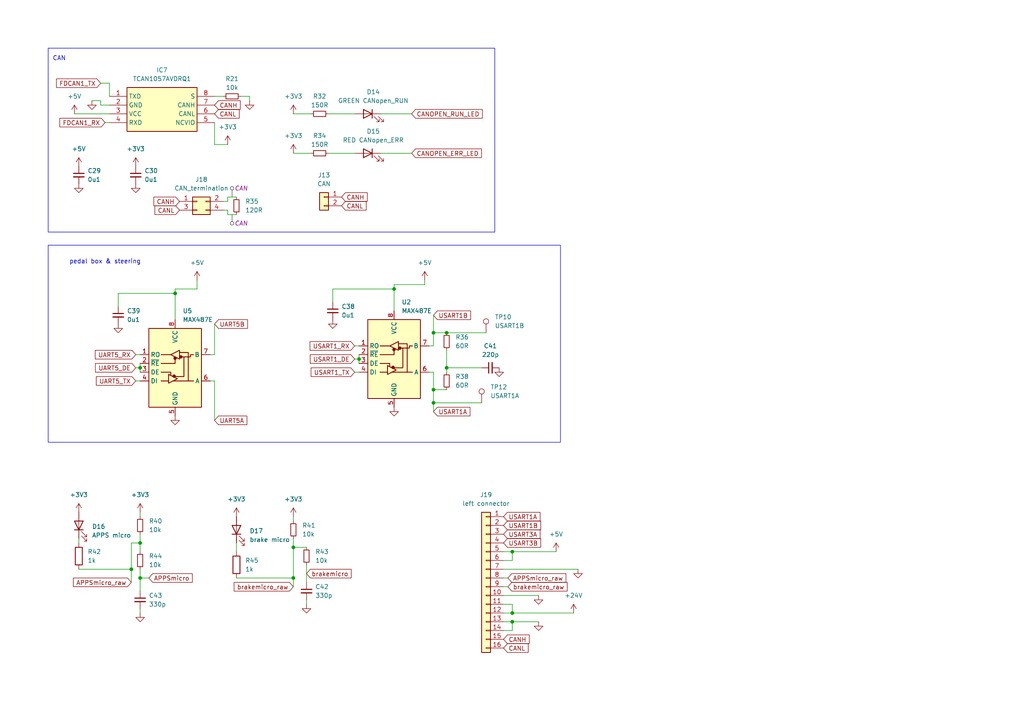
<source format=kicad_sch>
(kicad_sch (version 20231120) (generator "eeschema") (generator_version "8.0")
  (paper "A4")
  (title_block (title "EP5 rearbox powerboard") (date "2024-06-27") (rev "2.0") (company "NTURacing") (comment 1 "郭哲明") (comment 2 "Electrical group"))
  (lib_symbols
    (symbol "Connector:TestPoint" (pin_numbers hide) (pin_names (offset 0.762) hide)
      (property "Reference" "TP" (at 0 6.858 0))
      (property "Value" "TestPoint" (at 0 5.08 0))
      (symbol "TestPoint_0_1"
        (circle (center 0 3.302) (radius 0.762))
      )
      (symbol "TestPoint_1_1"
        (pin passive line (at 0 0 90) (length 2.54) (name "1") (number "1"))
      )
    )
    (symbol "Connector_Generic:Conn_01x02" (pin_names (offset 1.016) hide)
      (property "Reference" "J" (at 0 2.54 0))
      (property "Value" "Conn_01x02" (at 0 -5.08 0))
      (symbol "Conn_01x02_1_1"
        (rectangle (start -1.27 -2.413) (end 0 -2.667) (stroke (width 0.1524)))
        (rectangle (start -1.27 0.127) (end 0 -0.127) (stroke (width 0.1524)))
        (rectangle (start -1.27 1.27) (end 1.27 -3.81) (stroke (width 0.254)) (fill (type background)))
        (pin passive line (at -5.08 0 0) (length 3.81) (name "Pin_1") (number "1"))
        (pin passive line (at -5.08 -2.54 0) (length 3.81) (name "Pin_2") (number "2"))
      )
    )
    (symbol "Connector_Generic:Conn_01x16" (pin_names (offset 1.016) hide)
      (property "Reference" "J" (at 0 20.32 0))
      (property "Value" "Conn_01x16" (at 0 -22.86 0))
      (symbol "Conn_01x16_1_1"
        (rectangle (start -1.27 -20.193) (end 0 -20.447) (stroke (width 0.1524)))
        (rectangle (start -1.27 -17.653) (end 0 -17.907) (stroke (width 0.1524)))
        (rectangle (start -1.27 -15.113) (end 0 -15.367) (stroke (width 0.1524)))
        (rectangle (start -1.27 -12.573) (end 0 -12.827) (stroke (width 0.1524)))
        (rectangle (start -1.27 -10.033) (end 0 -10.287) (stroke (width 0.1524)))
        (rectangle (start -1.27 -7.493) (end 0 -7.747) (stroke (width 0.1524)))
        (rectangle (start -1.27 -4.953) (end 0 -5.207) (stroke (width 0.1524)))
        (rectangle (start -1.27 -2.413) (end 0 -2.667) (stroke (width 0.1524)))
        (rectangle (start -1.27 0.127) (end 0 -0.127) (stroke (width 0.1524)))
        (rectangle (start -1.27 2.667) (end 0 2.413) (stroke (width 0.1524)))
        (rectangle (start -1.27 5.207) (end 0 4.953) (stroke (width 0.1524)))
        (rectangle (start -1.27 7.747) (end 0 7.493) (stroke (width 0.1524)))
        (rectangle (start -1.27 10.287) (end 0 10.033) (stroke (width 0.1524)))
        (rectangle (start -1.27 12.827) (end 0 12.573) (stroke (width 0.1524)))
        (rectangle (start -1.27 15.367) (end 0 15.113) (stroke (width 0.1524)))
        (rectangle (start -1.27 17.907) (end 0 17.653) (stroke (width 0.1524)))
        (rectangle (start -1.27 19.05) (end 1.27 -21.59) (stroke (width 0.254)) (fill (type background)))
        (pin passive line (at -5.08 17.78 0) (length 3.81) (name "Pin_1") (number "1"))
        (pin passive line (at -5.08 -5.08 0) (length 3.81) (name "Pin_10") (number "10"))
        (pin passive line (at -5.08 -7.62 0) (length 3.81) (name "Pin_11") (number "11"))
        (pin passive line (at -5.08 -10.16 0) (length 3.81) (name "Pin_12") (number "12"))
        (pin passive line (at -5.08 -12.7 0) (length 3.81) (name "Pin_13") (number "13"))
        (pin passive line (at -5.08 -15.24 0) (length 3.81) (name "Pin_14") (number "14"))
        (pin passive line (at -5.08 -17.78 0) (length 3.81) (name "Pin_15") (number "15"))
        (pin passive line (at -5.08 -20.32 0) (length 3.81) (name "Pin_16") (number "16"))
        (pin passive line (at -5.08 15.24 0) (length 3.81) (name "Pin_2") (number "2"))
        (pin passive line (at -5.08 12.7 0) (length 3.81) (name "Pin_3") (number "3"))
        (pin passive line (at -5.08 10.16 0) (length 3.81) (name "Pin_4") (number "4"))
        (pin passive line (at -5.08 7.62 0) (length 3.81) (name "Pin_5") (number "5"))
        (pin passive line (at -5.08 5.08 0) (length 3.81) (name "Pin_6") (number "6"))
        (pin passive line (at -5.08 2.54 0) (length 3.81) (name "Pin_7") (number "7"))
        (pin passive line (at -5.08 0 0) (length 3.81) (name "Pin_8") (number "8"))
        (pin passive line (at -5.08 -2.54 0) (length 3.81) (name "Pin_9") (number "9"))
      )
    )
    (symbol "Connector_Generic:Conn_02x02_Odd_Even" (pin_names (offset 1.016) hide)
      (property "Reference" "J" (at 1.27 2.54 0))
      (property "Value" "Conn_02x02_Odd_Even" (at 1.27 -5.08 0))
      (symbol "Conn_02x02_Odd_Even_1_1"
        (rectangle (start -1.27 -2.413) (end 0 -2.667) (stroke (width 0.1524)))
        (rectangle (start -1.27 0.127) (end 0 -0.127) (stroke (width 0.1524)))
        (rectangle (start -1.27 1.27) (end 3.81 -3.81) (stroke (width 0.254)) (fill (type background)))
        (rectangle (start 3.81 -2.413) (end 2.54 -2.667) (stroke (width 0.1524)))
        (rectangle (start 3.81 0.127) (end 2.54 -0.127) (stroke (width 0.1524)))
        (pin passive line (at -5.08 0 0) (length 3.81) (name "Pin_1") (number "1"))
        (pin passive line (at 7.62 0 180) (length 3.81) (name "Pin_2") (number "2"))
        (pin passive line (at -5.08 -2.54 0) (length 3.81) (name "Pin_3") (number "3"))
        (pin passive line (at 7.62 -2.54 180) (length 3.81) (name "Pin_4") (number "4"))
      )
    )
    (symbol "Device:C_Small" (pin_numbers hide) (pin_names (offset 0.254) hide)
      (property "Reference" "C" (at 0.254 1.778 0))
      (property "Value" "C_Small" (at 0.254 -2.032 0))
      (symbol "C_Small_0_1"
        (polyline (pts (xy -1.524 -0.508) (xy 1.524 -0.508)) (stroke (width 0.3302)))
        (polyline (pts (xy -1.524 0.508) (xy 1.524 0.508)) (stroke (width 0.3048)))
      )
      (symbol "C_Small_1_1"
        (pin passive line (at 0 2.54 270) (length 2.032) (name "~") (number "1"))
        (pin passive line (at 0 -2.54 90) (length 2.032) (name "~") (number "2"))
      )
    )
    (symbol "Device:LED" (pin_numbers hide) (pin_names (offset 1.016) hide)
      (property "Reference" "D" (at 0 2.54 0))
      (property "Value" "LED" (at 0 -2.54 0))
      (symbol "LED_0_1"
        (polyline (pts (xy -1.27 -1.27) (xy -1.27 1.27)) (stroke (width 0.254)))
        (polyline (pts (xy -1.27 0) (xy 1.27 0)))
        (polyline (pts (xy 1.27 -1.27) (xy 1.27 1.27) (xy -1.27 0) (xy 1.27 -1.27)) (stroke (width 0.254)))
        (polyline (pts (xy -3.048 -0.762) (xy -4.572 -2.286) (xy -3.81 -2.286) (xy -4.572 -2.286) (xy -4.572 -1.524)))
        (polyline (pts (xy -1.778 -0.762) (xy -3.302 -2.286) (xy -2.54 -2.286) (xy -3.302 -2.286) (xy -3.302 -1.524)))
      )
      (symbol "LED_1_1"
        (pin passive line (at -3.81 0 0) (length 2.54) (name "K") (number "1"))
        (pin passive line (at 3.81 0 180) (length 2.54) (name "A") (number "2"))
      )
    )
    (symbol "Device:R" (pin_numbers hide) (pin_names (offset 0))
      (property "Reference" "R" (at 2.032 0 90))
      (property "Value" "R" (at 0 0 90))
      (symbol "R_0_1"
        (rectangle (start -1.016 -2.54) (end 1.016 2.54) (stroke (width 0.254)))
      )
      (symbol "R_1_1"
        (pin passive line (at 0 3.81 270) (length 1.27) (name "~") (number "1"))
        (pin passive line (at 0 -3.81 90) (length 1.27) (name "~") (number "2"))
      )
    )
    (symbol "Device:R_Small" (pin_numbers hide) (pin_names (offset 0.254) hide)
      (property "Reference" "R" (at 0.762 0.508 0))
      (property "Value" "R_Small" (at 0.762 -1.016 0))
      (symbol "R_Small_0_1"
        (rectangle (start -0.762 1.778) (end 0.762 -1.778) (stroke (width 0.2032)))
      )
      (symbol "R_Small_1_1"
        (pin passive line (at 0 2.54 270) (length 0.762) (name "~") (number "1"))
        (pin passive line (at 0 -2.54 90) (length 0.762) (name "~") (number "2"))
      )
    )
    (symbol "Interface_UART:MAX487E"
      (property "Reference" "U" (at -6.096 11.43 0))
      (property "Value" "MAX487E" (at 0.762 11.43 0))
      (symbol "MAX487E_0_1"
        (rectangle (start -7.62 10.16) (end 7.62 -12.7) (stroke (width 0.254)) (fill (type background)))
        (circle (center -0.3048 -3.683) (radius 0.3556) (stroke (width 0.254)) (fill (type outline)))
        (circle (center -0.0254 1.4986) (radius 0.3556) (stroke (width 0.254)) (fill (type outline)))
        (polyline (pts (xy -4.064 -5.08) (xy -1.905 -5.08)) (stroke (width 0.254)))
        (polyline (pts (xy -4.064 2.54) (xy -1.27 2.54)) (stroke (width 0.254)))
        (polyline (pts (xy -1.27 -3.2004) (xy -1.27 -3.4544)) (stroke (width 0.254)))
        (polyline (pts (xy -0.635 -5.08) (xy 5.334 -5.08)) (stroke (width 0.254)))
        (polyline (pts (xy -4.064 -2.54) (xy -1.27 -2.54) (xy -1.27 -3.175)) (stroke (width 0.254)))
        (polyline (pts (xy 0 1.27) (xy 0 0) (xy -4.064 0)) (stroke (width 0.254)))
        (polyline (pts (xy 1.27 3.175) (xy 3.81 3.175) (xy 3.81 -5.08)) (stroke (width 0.254)))
        (polyline (pts (xy 2.54 1.905) (xy 2.54 -3.81) (xy 0 -3.81)) (stroke (width 0.254)))
        (polyline (pts (xy -1.905 -3.175) (xy -1.905 -5.715) (xy 0.635 -4.445) (xy -1.905 -3.175)) (stroke (width 0.254)))
        (polyline (pts (xy -1.27 2.54) (xy 1.27 3.81) (xy 1.27 1.27) (xy -1.27 2.54)) (stroke (width 0.254)))
        (polyline (pts (xy 1.905 1.905) (xy 4.445 1.905) (xy 4.445 2.54) (xy 5.334 2.54)) (stroke (width 0.254)))
        (rectangle (start 1.27 3.175) (end 1.27 3.175))
        (circle (center 1.651 1.905) (radius 0.3556) (stroke (width 0.254)) (fill (type outline)))
      )
      (symbol "MAX487E_1_1"
        (pin output line (at -10.16 2.54 0) (length 2.54) (name "RO") (number "1"))
        (pin input line (at -10.16 0 0) (length 2.54) (name "~{RE}") (number "2"))
        (pin input line (at -10.16 -2.54 0) (length 2.54) (name "DE") (number "3"))
        (pin input line (at -10.16 -5.08 0) (length 2.54) (name "DI") (number "4"))
        (pin power_in line (at 0 -15.24 90) (length 2.54) (name "GND") (number "5"))
        (pin bidirectional line (at 10.16 -5.08 180) (length 2.54) (name "A") (number "6"))
        (pin bidirectional line (at 10.16 2.54 180) (length 2.54) (name "B") (number "7"))
        (pin power_in line (at 0 12.7 270) (length 2.54) (name "VCC") (number "8"))
      )
    )
    (symbol "SamacSys_Parts:TCAN1057AVDRQ1"
      (property "Reference" "IC" (at 26.67 7.62 0))
      (property "Value" "TCAN1057AVDRQ1" (at 26.67 5.08 0))
      (symbol "TCAN1057AVDRQ1_1_1"
        (rectangle (start 5.08 2.54) (end 25.4 -10.16) (stroke (width 0.254)) (fill (type background)))
        (pin passive line (at 0 0 0) (length 5.08) (name "TXD") (number "1"))
        (pin passive line (at 0 -2.54 0) (length 5.08) (name "GND") (number "2"))
        (pin passive line (at 0 -5.08 0) (length 5.08) (name "VCC") (number "3"))
        (pin passive line (at 0 -7.62 0) (length 5.08) (name "RXD") (number "4"))
        (pin passive line (at 30.48 -7.62 180) (length 5.08) (name "NCVIO") (number "5"))
        (pin passive line (at 30.48 -5.08 180) (length 5.08) (name "CANL") (number "6"))
        (pin passive line (at 30.48 -2.54 180) (length 5.08) (name "CANH") (number "7"))
        (pin passive line (at 30.48 0 180) (length 5.08) (name "S") (number "8"))
      )
    )
    (symbol "power:+24V" (power) (pin_names (offset 0))
      (property "Value" "+24V" (at 0 3.556 0))
      (symbol "+24V_0_1"
        (polyline (pts (xy -0.762 1.27) (xy 0 2.54)))
        (polyline (pts (xy 0 0) (xy 0 2.54)))
        (polyline (pts (xy 0 2.54) (xy 0.762 1.27)))
      )
      (symbol "+24V_1_1"
        (pin power_in line (at 0 0 90) (length 0) hide (name "+24V") (number "1"))
      )
    )
    (symbol "power:+3V3" (power) (pin_names (offset 0))
      (property "Value" "+3V3" (at 0 3.556 0))
      (symbol "+3V3_0_1"
        (polyline (pts (xy -0.762 1.27) (xy 0 2.54)))
        (polyline (pts (xy 0 0) (xy 0 2.54)))
        (polyline (pts (xy 0 2.54) (xy 0.762 1.27)))
      )
      (symbol "+3V3_1_1"
        (pin power_in line (at 0 0 90) (length 0) hide (name "+3V3") (number "1"))
      )
    )
    (symbol "power:+5V" (power) (pin_names (offset 0))
      (property "Value" "+5V" (at 0 3.556 0))
      (symbol "+5V_0_1"
        (polyline (pts (xy -0.762 1.27) (xy 0 2.54)))
        (polyline (pts (xy 0 0) (xy 0 2.54)))
        (polyline (pts (xy 0 2.54) (xy 0.762 1.27)))
      )
      (symbol "+5V_1_1"
        (pin power_in line (at 0 0 90) (length 0) hide (name "+5V") (number "1"))
      )
    )
    (symbol "power:GND" (power) (pin_names (offset 0))
      (property "Value" "GND" (at 0 -3.81 0))
      (symbol "GND_0_1"
        (polyline (pts (xy 0 0) (xy 0 -1.27) (xy 1.27 -1.27) (xy 0 -2.54) (xy -1.27 -1.27) (xy 0 -1.27)))
      )
      (symbol "GND_1_1"
        (pin power_in line (at 0 0 270) (length 0) hide (name "GND") (number "1"))
      )
    )
  )
  (junction (at 50.8 85.09))
  (junction (at 40.64 167.64))
  (junction (at 114.3 83.82))
  (junction (at 85.09 158.75))
  (junction (at 125.73 113.03))
  (junction (at 148.59 160.02))
  (junction (at 125.73 116.84))
  (junction (at 38.1 165.1))
  (junction (at 40.64 106.68))
  (junction (at 125.73 96.52))
  (junction (at 129.54 106.68))
  (junction (at 104.14 104.14))
  (junction (at 148.59 177.8))
  (junction (at 85.09 167.64))
  (junction (at 40.64 157.48))
  (junction (at 148.59 180.34))
  (junction (at 129.54 96.52))
  (wire (pts (xy 125.73 113.03) (xy 129.54 113.03)))
  (wire (pts (xy 39.37 106.68) (xy 40.64 106.68)))
  (wire (pts (xy 21.59 33.02) (xy 31.75 33.02)))
  (wire (pts (xy 148.59 182.88) (xy 146.05 182.88)))
  (wire (pts (xy 125.73 100.33) (xy 124.46 100.33)))
  (wire (pts (xy 66.04 58.42) (xy 64.77 58.42)))
  (wire (pts (xy 40.64 177.8) (xy 40.64 176.53)))
  (wire (pts (xy 72.39 27.94) (xy 69.85 27.94)))
  (wire (pts (xy 123.19 81.28) (xy 123.19 82.55)))
  (wire (pts (xy 38.1 157.48) (xy 38.1 165.1)))
  (wire (pts (xy 66.04 60.96) (xy 64.77 60.96)))
  (wire (pts (xy 62.23 93.98) (xy 62.23 102.87)))
  (wire (pts (xy 40.64 165.1) (xy 40.64 167.64)))
  (wire (pts (xy 148.59 180.34) (xy 146.05 180.34)))
  (wire (pts (xy 102.87 44.45) (xy 95.25 44.45)))
  (wire (pts (xy 102.87 107.95) (xy 104.14 107.95)))
  (wire (pts (xy 114.3 82.55) (xy 123.19 82.55)))
  (wire (pts (xy 62.23 102.87) (xy 60.96 102.87)))
  (wire (pts (xy 30.48 35.56) (xy 31.75 35.56)))
  (wire (pts (xy 125.73 113.03) (xy 125.73 107.95)))
  (wire (pts (xy 85.09 156.21) (xy 85.09 158.75)))
  (wire (pts (xy 50.8 85.09) (xy 50.8 92.71)))
  (wire (pts (xy 129.54 101.6) (xy 129.54 106.68)))
  (wire (pts (xy 39.37 102.87) (xy 40.64 102.87)))
  (wire (pts (xy 90.17 44.45) (xy 85.09 44.45)))
  (wire (pts (xy 22.86 157.48) (xy 22.86 156.21)))
  (wire (pts (xy 85.09 158.75) (xy 88.9 158.75)))
  (wire (pts (xy 68.58 160.02) (xy 68.58 157.48)))
  (wire (pts (xy 125.73 96.52) (xy 129.54 96.52)))
  (wire (pts (xy 40.64 157.48) (xy 38.1 157.48)))
  (wire (pts (xy 104.14 102.87) (xy 104.14 104.14)))
  (wire (pts (xy 26.67 29.21) (xy 29.21 29.21)))
  (wire (pts (xy 146.05 167.64) (xy 147.32 167.64)))
  (wire (pts (xy 125.73 116.84) (xy 125.73 113.03)))
  (wire (pts (xy 62.23 27.94) (xy 64.77 27.94)))
  (wire (pts (xy 40.64 148.59) (xy 40.64 149.86)))
  (wire (pts (xy 148.59 180.34) (xy 156.21 180.34)))
  (wire (pts (xy 114.3 83.82) (xy 114.3 90.17)))
  (wire (pts (xy 66.04 57.15) (xy 66.04 58.42)))
  (wire (pts (xy 146.05 160.02) (xy 148.59 160.02)))
  (wire (pts (xy 125.73 96.52) (xy 125.73 100.33)))
  (wire (pts (xy 146.05 175.26) (xy 148.59 175.26)))
  (wire (pts (xy 88.9 163.83) (xy 88.9 168.91)))
  (wire (pts (xy 72.39 29.21) (xy 72.39 27.94)))
  (wire (pts (xy 139.7 106.68) (xy 129.54 106.68)))
  (wire (pts (xy 102.87 33.02) (xy 95.25 33.02)))
  (wire (pts (xy 62.23 41.91) (xy 62.23 35.56)))
  (wire (pts (xy 57.15 81.28) (xy 57.15 83.82)))
  (wire (pts (xy 68.58 167.64) (xy 85.09 167.64)))
  (wire (pts (xy 88.9 173.99) (xy 88.9 175.26)))
  (wire (pts (xy 38.1 165.1) (xy 38.1 168.91)))
  (wire (pts (xy 68.58 62.23) (xy 66.04 62.23)))
  (wire (pts (xy 50.8 83.82) (xy 57.15 83.82)))
  (wire (pts (xy 148.59 160.02) (xy 148.59 162.56)))
  (wire (pts (xy 148.59 177.8) (xy 166.37 177.8)))
  (wire (pts (xy 125.73 116.84) (xy 139.7 116.84)))
  (wire (pts (xy 96.52 83.82) (xy 114.3 83.82)))
  (wire (pts (xy 125.73 119.38) (xy 125.73 116.84)))
  (wire (pts (xy 40.64 157.48) (xy 40.64 160.02)))
  (wire (pts (xy 146.05 162.56) (xy 148.59 162.56)))
  (wire (pts (xy 68.58 57.15) (xy 66.04 57.15)))
  (wire (pts (xy 40.64 106.68) (xy 40.64 107.95)))
  (wire (pts (xy 85.09 149.86) (xy 85.09 151.13)))
  (wire (pts (xy 148.59 180.34) (xy 148.59 182.88)))
  (wire (pts (xy 119.38 33.02) (xy 110.49 33.02)))
  (wire (pts (xy 50.8 83.82) (xy 50.8 85.09)))
  (wire (pts (xy 40.64 154.94) (xy 40.64 157.48)))
  (wire (pts (xy 43.18 167.64) (xy 40.64 167.64)))
  (wire (pts (xy 146.05 170.18) (xy 147.32 170.18)))
  (wire (pts (xy 102.87 104.14) (xy 104.14 104.14)))
  (wire (pts (xy 29.21 29.21) (xy 29.21 30.48)))
  (wire (pts (xy 66.04 62.23) (xy 66.04 60.96)))
  (wire (pts (xy 156.21 172.72) (xy 146.05 172.72)))
  (wire (pts (xy 129.54 106.68) (xy 129.54 107.95)))
  (wire (pts (xy 125.73 91.44) (xy 125.73 96.52)))
  (wire (pts (xy 62.23 110.49) (xy 60.96 110.49)))
  (wire (pts (xy 146.05 165.1) (xy 167.64 165.1)))
  (wire (pts (xy 148.59 177.8) (xy 146.05 177.8)))
  (wire (pts (xy 85.09 167.64) (xy 85.09 170.18)))
  (wire (pts (xy 31.75 27.94) (xy 31.75 24.13)))
  (wire (pts (xy 148.59 175.26) (xy 148.59 177.8)))
  (wire (pts (xy 125.73 107.95) (xy 124.46 107.95)))
  (wire (pts (xy 22.86 165.1) (xy 38.1 165.1)))
  (wire (pts (xy 85.09 158.75) (xy 85.09 167.64)))
  (wire (pts (xy 119.38 44.45) (xy 110.49 44.45)))
  (wire (pts (xy 66.04 41.91) (xy 62.23 41.91)))
  (wire (pts (xy 34.29 85.09) (xy 50.8 85.09)))
  (wire (pts (xy 114.3 82.55) (xy 114.3 83.82)))
  (wire (pts (xy 62.23 110.49) (xy 62.23 121.92)))
  (wire (pts (xy 129.54 96.52) (xy 140.97 96.52)))
  (wire (pts (xy 29.21 30.48) (xy 31.75 30.48)))
  (wire (pts (xy 96.52 83.82) (xy 96.52 87.63)))
  (wire (pts (xy 39.37 110.49) (xy 40.64 110.49)))
  (wire (pts (xy 102.87 100.33) (xy 104.14 100.33)))
  (wire (pts (xy 29.21 24.13) (xy 31.75 24.13)))
  (wire (pts (xy 90.17 33.02) (xy 85.09 33.02)))
  (wire (pts (xy 40.64 105.41) (xy 40.64 106.68)))
  (wire (pts (xy 148.59 160.02) (xy 161.29 160.02)))
  (wire (pts (xy 104.14 104.14) (xy 104.14 105.41)))
  (wire (pts (xy 40.64 167.64) (xy 40.64 171.45)))
  (wire (pts (xy 34.29 85.09) (xy 34.29 88.9)))
  (rectangle (start 13.97 13.97) (end 143.51 67.31))
  (rectangle (start 13.97 71.12) (end 162.56 128.27))
  (text "CAN" (at 15.24 17.78 0) (effects (font (size 1.27 1.27)) (justify left bottom)))
  (text "pedal box & steering" (at 20.066 76.708 0) (effects (font (size 1.27 1.27)) (justify left bottom)))
  (global_label "CANH" (shape input) (at 52.07 58.42 180) (property "Intersheetrefs" "${INTERSHEET_REFS}" (effects (hide yes))))
  (global_label "CANL" (shape input) (at 99.06 59.69 0) (property "Intersheetrefs" "${INTERSHEET_REFS}" (effects (hide yes))))
  (global_label "USART1_RX" (shape input) (at 102.87 100.33 180) (property "Intersheetrefs" "${INTERSHEET_REFS}" (effects (hide yes))))
  (global_label "CANL" (shape input) (at 52.07 60.96 180) (property "Intersheetrefs" "${INTERSHEET_REFS}" (effects (hide yes))))
  (global_label "APPSmicro_raw" (shape input) (at 38.1 168.91 180) (property "Intersheetrefs" "${INTERSHEET_REFS}" (effects (hide yes))))
  (global_label "UART5A" (shape input) (at 62.23 121.92 0) (property "Intersheetrefs" "${INTERSHEET_REFS}" (effects (hide yes))))
  (global_label "USART1B" (shape input) (at 146.05 152.4 0) (property "Intersheetrefs" "${INTERSHEET_REFS}" (effects (hide yes))))
  (global_label "CANH" (shape input) (at 62.23 30.48 0) (property "Intersheetrefs" "${INTERSHEET_REFS}" (effects (hide yes))))
  (global_label "brakemicro_raw" (shape input) (at 85.09 170.18 180) (property "Intersheetrefs" "${INTERSHEET_REFS}" (effects (hide yes))))
  (global_label "CANOPEN_ERR_LED" (shape input) (at 119.38 44.45 0) (property "Intersheetrefs" "${INTERSHEET_REFS}" (effects (hide yes))))
  (global_label "brakemicro" (shape input) (at 88.9 166.37 0) (property "Intersheetrefs" "${INTERSHEET_REFS}" (effects (hide yes))))
  (global_label "CANL" (shape input) (at 146.05 187.96 0) (property "Intersheetrefs" "${INTERSHEET_REFS}" (effects (hide yes))))
  (global_label "APPSmicro" (shape input) (at 43.18 167.64 0) (property "Intersheetrefs" "${INTERSHEET_REFS}" (effects (hide yes))))
  (global_label "UART5_RX" (shape input) (at 39.37 102.87 180) (property "Intersheetrefs" "${INTERSHEET_REFS}" (effects (hide yes))))
  (global_label "UART5_TX" (shape input) (at 39.37 110.49 180) (property "Intersheetrefs" "${INTERSHEET_REFS}" (effects (hide yes))))
  (global_label "FDCAN1_TX" (shape input) (at 29.21 24.13 180) (property "Intersheetrefs" "${INTERSHEET_REFS}" (effects (hide yes))))
  (global_label "CANH" (shape input) (at 99.06 57.15 0) (property "Intersheetrefs" "${INTERSHEET_REFS}" (effects (hide yes))))
  (global_label "USART3B" (shape input) (at 146.05 157.48 0) (property "Intersheetrefs" "${INTERSHEET_REFS}" (effects (hide yes))))
  (global_label "CANL" (shape input) (at 62.23 33.02 0) (property "Intersheetrefs" "${INTERSHEET_REFS}" (effects (hide yes))))
  (global_label "USART1A" (shape input) (at 125.73 119.38 0) (property "Intersheetrefs" "${INTERSHEET_REFS}" (effects (hide yes))))
  (global_label "CANH" (shape input) (at 146.05 185.42 0) (property "Intersheetrefs" "${INTERSHEET_REFS}" (effects (hide yes))))
  (global_label "FDCAN1_RX" (shape input) (at 30.48 35.56 180) (property "Intersheetrefs" "${INTERSHEET_REFS}" (effects (hide yes))))
  (global_label "CANOPEN_RUN_LED" (shape input) (at 119.38 33.02 0) (property "Intersheetrefs" "${INTERSHEET_REFS}" (effects (hide yes))))
  (global_label "USART1A" (shape input) (at 146.05 149.86 0) (property "Intersheetrefs" "${INTERSHEET_REFS}" (effects (hide yes))))
  (global_label "UART5B" (shape input) (at 62.23 93.98 0) (property "Intersheetrefs" "${INTERSHEET_REFS}" (effects (hide yes))))
  (global_label "USART1_DE" (shape input) (at 102.87 104.14 180) (property "Intersheetrefs" "${INTERSHEET_REFS}" (effects (hide yes))))
  (global_label "USART1_TX" (shape input) (at 102.87 107.95 180) (property "Intersheetrefs" "${INTERSHEET_REFS}" (effects (hide yes))))
  (global_label "brakemicro_raw" (shape input) (at 147.32 170.18 0) (property "Intersheetrefs" "${INTERSHEET_REFS}" (effects (hide yes))))
  (global_label "USART1B" (shape input) (at 125.73 91.44 0) (property "Intersheetrefs" "${INTERSHEET_REFS}" (effects (hide yes))))
  (global_label "UART5_DE" (shape input) (at 39.37 106.68 180) (property "Intersheetrefs" "${INTERSHEET_REFS}" (effects (hide yes))))
  (global_label "USART3A" (shape input) (at 146.05 154.94 0) (property "Intersheetrefs" "${INTERSHEET_REFS}" (effects (hide yes))))
  (global_label "APPSmicro_raw" (shape input) (at 147.32 167.64 0) (property "Intersheetrefs" "${INTERSHEET_REFS}" (effects (hide yes))))
  (netclass_flag "" (length 2.54) (shape round) (at 67.31 57.15 0) (property "Netclass" "CAN" (at 68.0085 54.61 0) (effects (font (italic yes)) (justify left))))
  (netclass_flag "" (length 2.54) (shape round) (at 67.31 62.23 180) (property "Netclass" "CAN" (at 68.0085 64.77 0) (effects (font (italic yes)) (justify left))))
  (symbol (lib_id "Connector_Generic:Conn_02x02_Odd_Even") (at 57.15 58.42 0) (unit 1)
    (property "Reference" "J18" (at 58.42 52.07 0))
    (property "Value" "CAN_termination" (at 58.42 54.61 0))
    (property "Footprint" "Connector_PinHeader_2.54mm:PinHeader_2x02_P2.54mm_Vertical" (effects (hide yes)))
  )
  (symbol (lib_id "Device:R_Small") (at 92.71 44.45 90) (unit 1)
    (property "Reference" "R34" (at 92.71 39.37 90))
    (property "Value" "150R" (at 92.71 41.91 90))
    (property "Footprint" "Resistor_SMD:R_0603_1608Metric" (effects (hide yes)))
  )
  (symbol (lib_id "SamacSys_Parts:TCAN1057AVDRQ1") (at 31.75 27.94 0) (unit 1)
    (property "Reference" "IC7" (at 46.99 20.32 0))
    (property "Value" "TCAN1057AVDRQ1" (at 46.99 22.86 0))
    (property "Footprint" "SamacSys_Parts:SOIC127P600X175-8N" (effects (hide yes)))
    (property "Datasheet" "https://pdf1.alldatasheet.com/datasheet-pdf/view/1287247/TI/TCAN1057AV-Q1.html" (effects (hide yes)))
    (property "Height" "1.75" (effects (hide yes)))
    (property "Mouser Part Number" "595-TCAN1057AVDRQ1" (effects (hide yes)))
    (property "Mouser Price/Stock" "https://www.mouser.co.uk/ProductDetail/Texas-Instruments/TCAN1057AVDRQ1?qs=Rp5uXu7WBW8Rm%2Fa7xw2cKg%3D%3D" (effects (hide yes)))
    (property "Manufacturer_Name" "Texas Instruments" (effects (hide yes)))
    (property "Manufacturer_Part_Number" "TCAN1057AVDRQ1" (effects (hide yes)))
  )
  (symbol (lib_id "Device:C_Small") (at 96.52 90.17 0) (unit 1)
    (property "Reference" "C38" (at 99.06 88.9063 0) (effects (justify left)))
    (property "Value" "0u1" (at 99.06 91.4463 0) (effects (justify left)))
    (property "Footprint" "Capacitor_SMD:C_0603_1608Metric" (effects (hide yes)))
  )
  (symbol (lib_id "Interface_UART:MAX487E") (at 50.8 105.41 0) (unit 1)
    (property "Reference" "U5" (at 52.9941 90.17 0) (effects (justify left)))
    (property "Value" "MAX487E" (at 52.9941 92.71 0) (effects (justify left)))
    (property "Footprint" "Package_SO:SOIC-8_3.9x4.9mm_P1.27mm" (effects (hide yes)))
    (property "Datasheet" "https://datasheets.maximintegrated.com/en/ds/MAX1487E-MAX491E.pdf" (effects (hide yes)))
  )
  (symbol (lib_id "power:+3V3") (at 22.86 148.59 0) (unit 1)
    (property "Reference" "#PWR0158" (effects (hide yes)))
    (property "Value" "+3V3" (at 22.86 143.51 0))
  )
  (symbol (lib_id "Device:R_Small") (at 67.31 27.94 270) (unit 1) (in_bom no)
    (property "Reference" "R21" (at 67.31 22.86 90))
    (property "Value" "10k" (at 67.31 25.4 90))
    (property "Footprint" "Resistor_SMD:R_0603_1608Metric" (effects (hide yes)))
  )
  (symbol (lib_id "power:GND") (at 96.52 92.71 0) (unit 1)
    (property "Reference" "#PWR0151" (effects (hide yes)))
    (property "Value" "GND" (effects (hide yes)))
  )
  (symbol (lib_id "power:GND") (at 144.78 106.68 0) (unit 1)
    (property "Reference" "#PWR0154" (effects (hide yes)))
    (property "Value" "GND" (effects (hide yes)))
  )
  (symbol (lib_id "Device:C_Small") (at 142.24 106.68 90) (unit 1)
    (property "Reference" "C41" (at 142.2463 100.33 90))
    (property "Value" "220p" (at 142.2463 102.87 90))
    (property "Footprint" "Capacitor_SMD:C_0603_1608Metric" (effects (hide yes)))
  )
  (symbol (lib_id "Connector:TestPoint") (at 139.7 116.84 0) (unit 1)
    (property "Reference" "TP12" (at 142.24 112.268 0) (effects (justify left)))
    (property "Value" "USART1A" (at 142.24 114.808 0) (effects (justify left)))
    (property "Footprint" "TestPoint:TestPoint_Pad_D1.0mm" (effects (hide yes)))
  )
  (symbol (lib_id "Device:R_Small") (at 129.54 99.06 0) (unit 1)
    (property "Reference" "R36" (at 132.08 97.79 0) (effects (justify left)))
    (property "Value" "60R" (at 132.08 100.33 0) (effects (justify left)))
    (property "Footprint" "Resistor_SMD:R_0603_1608Metric" (effects (hide yes)))
  )
  (symbol (lib_id "power:+5V") (at 161.29 160.02 0) (unit 1)
    (property "Reference" "#PWR0162" (effects (hide yes)))
    (property "Value" "+5V" (at 161.29 154.94 0))
  )
  (symbol (lib_id "power:GND") (at 156.21 180.34 0) (unit 1)
    (property "Reference" "#PWR0168" (effects (hide yes)))
    (property "Value" "GND" (effects (hide yes)))
  )
  (symbol (lib_id "Connector:TestPoint") (at 140.97 96.52 0) (unit 1)
    (property "Reference" "TP10" (at 143.51 91.948 0) (effects (justify left)))
    (property "Value" "USART1B" (at 143.51 94.488 0) (effects (justify left)))
    (property "Footprint" "TestPoint:TestPoint_Pad_D1.0mm" (effects (hide yes)))
  )
  (symbol (lib_id "power:+5V") (at 21.59 33.02 0) (unit 1)
    (property "Reference" "#PWR0113" (effects (hide yes)))
    (property "Value" "+5V" (at 21.59 27.94 0))
  )
  (symbol (lib_id "power:+3V3") (at 85.09 149.86 0) (unit 1)
    (property "Reference" "#PWR0161" (effects (hide yes)))
    (property "Value" "+3V3" (at 85.09 144.78 0))
  )
  (symbol (lib_id "power:+3V3") (at 39.37 48.26 0) (unit 1)
    (property "Reference" "#PWR0136" (effects (hide yes)))
    (property "Value" "+3V3" (at 39.37 43.18 0))
  )
  (symbol (lib_id "Device:C_Small") (at 88.9 171.45 0) (unit 1)
    (property "Reference" "C42" (at 91.44 170.1863 0) (effects (justify left)))
    (property "Value" "330p" (at 91.44 172.7263 0) (effects (justify left)))
    (property "Footprint" "Capacitor_SMD:C_0603_1608Metric" (effects (hide yes)))
  )
  (symbol (lib_id "Device:R_Small") (at 92.71 33.02 90) (unit 1)
    (property "Reference" "R32" (at 92.71 27.94 90))
    (property "Value" "150R" (at 92.71 30.48 90))
    (property "Footprint" "Resistor_SMD:R_0603_1608Metric" (effects (hide yes)))
  )
  (symbol (lib_id "Device:R_Small") (at 129.54 110.49 0) (unit 1)
    (property "Reference" "R38" (at 132.08 109.22 0) (effects (justify left)))
    (property "Value" "60R" (at 132.08 111.76 0) (effects (justify left)))
    (property "Footprint" "Resistor_SMD:R_0603_1608Metric" (effects (hide yes)))
  )
  (symbol (lib_id "Device:LED") (at 106.68 44.45 0) (mirror y) (unit 1)
    (property "Reference" "D15" (at 108.2675 38.1 0))
    (property "Value" "RED CANopen_ERR" (at 108.2675 40.64 0))
    (property "Footprint" "LED_SMD:LED_0603_1608Metric" (effects (hide yes)))
  )
  (symbol (lib_id "Device:R_Small") (at 85.09 153.67 0) (unit 1)
    (property "Reference" "R41" (at 87.63 152.4 0) (effects (justify left)))
    (property "Value" "10k" (at 87.63 154.94 0) (effects (justify left)))
    (property "Footprint" "Resistor_SMD:R_0603_1608Metric" (effects (hide yes)))
  )
  (symbol (lib_id "power:GND") (at 34.29 93.98 0) (unit 1)
    (property "Reference" "#PWR0152" (effects (hide yes)))
    (property "Value" "GND" (effects (hide yes)))
  )
  (symbol (lib_id "power:GND") (at 114.3 118.11 0) (unit 1)
    (property "Reference" "#PWR0155" (effects (hide yes)))
    (property "Value" "GND" (effects (hide yes)))
  )
  (symbol (lib_id "power:GND") (at 72.39 29.21 0) (unit 1)
    (property "Reference" "#PWR0107" (effects (hide yes)))
    (property "Value" "GND" (effects (hide yes)))
  )
  (symbol (lib_id "Device:R") (at 68.58 163.83 0) (unit 1)
    (property "Reference" "R45" (at 71.12 162.56 0) (effects (justify left)))
    (property "Value" "1k" (at 71.12 165.1 0) (effects (justify left)))
    (property "Footprint" "Resistor_SMD:R_0603_1608Metric" (effects (hide yes)))
  )
  (symbol (lib_id "power:GND") (at 26.67 29.21 0) (unit 1)
    (property "Reference" "#PWR0106" (effects (hide yes)))
    (property "Value" "GND" (effects (hide yes)))
  )
  (symbol (lib_id "Device:C_Small") (at 34.29 91.44 0) (unit 1)
    (property "Reference" "C39" (at 36.83 90.1763 0) (effects (justify left)))
    (property "Value" "0u1" (at 36.83 92.7163 0) (effects (justify left)))
    (property "Footprint" "Capacitor_SMD:C_0603_1608Metric" (effects (hide yes)))
  )
  (symbol (lib_id "power:+3V3") (at 66.04 41.91 0) (unit 1)
    (property "Reference" "#PWR0132" (effects (hide yes)))
    (property "Value" "+3V3" (at 66.04 36.83 0))
  )
  (symbol (lib_id "power:+3V3") (at 40.64 148.59 0) (unit 1)
    (property "Reference" "#PWR0159" (effects (hide yes)))
    (property "Value" "+3V3" (at 40.64 143.51 0))
  )
  (symbol (lib_id "power:GND") (at 88.9 175.26 0) (unit 1)
    (property "Reference" "#PWR0165" (effects (hide yes)))
    (property "Value" "GND" (effects (hide yes)))
  )
  (symbol (lib_id "power:GND") (at 40.64 177.8 0) (unit 1)
    (property "Reference" "#PWR0166" (effects (hide yes)))
    (property "Value" "GND" (effects (hide yes)))
  )
  (symbol (lib_id "Device:R_Small") (at 88.9 161.29 180) (unit 1)
    (property "Reference" "R43" (at 91.44 160.02 0) (effects (justify right)))
    (property "Value" "10k" (at 91.44 162.56 0) (effects (justify right)))
    (property "Footprint" "Resistor_SMD:R_0603_1608Metric" (effects (hide yes)))
  )
  (symbol (lib_id "power:+3V3") (at 68.58 149.86 0) (unit 1)
    (property "Reference" "#PWR0160" (effects (hide yes)))
    (property "Value" "+3V3" (at 68.58 144.78 0))
  )
  (symbol (lib_id "Device:C_Small") (at 39.37 50.8 0) (unit 1)
    (property "Reference" "C30" (at 41.91 49.5363 0) (effects (justify left)))
    (property "Value" "0u1" (at 41.91 52.0763 0) (effects (justify left)))
    (property "Footprint" "Capacitor_SMD:C_0603_1608Metric" (effects (hide yes)))
  )
  (symbol (lib_id "power:+3V3") (at 85.09 44.45 0) (unit 1)
    (property "Reference" "#PWR0131" (effects (hide yes)))
    (property "Value" "+3V3" (at 85.09 39.37 0))
  )
  (symbol (lib_id "power:GND") (at 156.21 172.72 0) (unit 1)
    (property "Reference" "#PWR0164" (effects (hide yes)))
    (property "Value" "GND" (effects (hide yes)))
  )
  (symbol (lib_id "Device:LED") (at 68.58 153.67 90) (unit 1)
    (property "Reference" "D17" (at 72.39 153.9875 90) (effects (justify right)))
    (property "Value" "brake micro" (at 72.39 156.5275 90) (effects (justify right)))
    (property "Footprint" "LED_SMD:LED_0603_1608Metric" (effects (hide yes)))
  )
  (symbol (lib_id "Device:LED") (at 106.68 33.02 0) (mirror y) (unit 1)
    (property "Reference" "D14" (at 108.2675 26.67 0))
    (property "Value" "GREEN CANopen_RUN" (at 108.2675 29.21 0))
    (property "Footprint" "LED_SMD:LED_0603_1608Metric" (effects (hide yes)))
  )
  (symbol (lib_id "Device:R") (at 22.86 161.29 0) (unit 1)
    (property "Reference" "R42" (at 25.4 160.02 0) (effects (justify left)))
    (property "Value" "1k" (at 25.4 162.56 0) (effects (justify left)))
    (property "Footprint" "Resistor_SMD:R_0603_1608Metric" (effects (hide yes)))
  )
  (symbol (lib_id "Device:LED") (at 22.86 152.4 90) (unit 1)
    (property "Reference" "D16" (at 26.67 152.7175 90) (effects (justify right)))
    (property "Value" "APPS micro" (at 26.67 155.2575 90) (effects (justify right)))
    (property "Footprint" "LED_SMD:LED_0603_1608Metric" (effects (hide yes)))
  )
  (symbol (lib_id "power:+3V3") (at 85.09 33.02 0) (unit 1)
    (property "Reference" "#PWR0105" (effects (hide yes)))
    (property "Value" "+3V3" (at 85.09 27.94 0))
  )
  (symbol (lib_id "Device:C_Small") (at 40.64 173.99 0) (unit 1)
    (property "Reference" "C43" (at 43.18 172.7263 0) (effects (justify left)))
    (property "Value" "330p" (at 43.18 175.2663 0) (effects (justify left)))
    (property "Footprint" "Capacitor_SMD:C_0603_1608Metric" (effects (hide yes)))
  )
  (symbol (lib_id "Device:R_Small") (at 40.64 162.56 180) (unit 1)
    (property "Reference" "R44" (at 43.18 161.29 0) (effects (justify right)))
    (property "Value" "10k" (at 43.18 163.83 0) (effects (justify right)))
    (property "Footprint" "Resistor_SMD:R_0603_1608Metric" (effects (hide yes)))
  )
  (symbol (lib_id "Interface_UART:MAX487E") (at 114.3 102.87 0) (unit 1)
    (property "Reference" "U2" (at 116.4941 87.63 0) (effects (justify left)))
    (property "Value" "MAX487E" (at 116.4941 90.17 0) (effects (justify left)))
    (property "Footprint" "Package_SO:SOIC-8_3.9x4.9mm_P1.27mm" (effects (hide yes)))
    (property "Datasheet" "https://datasheets.maximintegrated.com/en/ds/MAX1487E-MAX491E.pdf" (effects (hide yes)))
  )
  (symbol (lib_id "Connector_Generic:Conn_01x16") (at 140.97 167.64 0) (mirror y) (unit 1)
    (property "Reference" "J19" (at 140.97 143.51 0))
    (property "Value" "left connector" (at 140.97 146.05 0))
    (property "Footprint" "Connector_IDC:IDC-Header_2x08_P2.54mm_Vertical" (effects (hide yes)))
  )
  (symbol (lib_id "power:+5V") (at 123.19 81.28 0) (unit 1)
    (property "Reference" "#PWR0148" (effects (hide yes)))
    (property "Value" "+5V" (at 123.19 76.2 0))
  )
  (symbol (lib_id "Connector_Generic:Conn_01x02") (at 93.98 57.15 0) (mirror y) (unit 1)
    (property "Reference" "J13" (at 93.98 50.8 0))
    (property "Value" "CAN" (at 93.98 53.34 0))
    (property "Footprint" "Connector_JST:JST_XH_B2B-XH-A_1x02_P2.50mm_Vertical" (effects (hide yes)))
  )
  (symbol (lib_id "power:GND") (at 167.64 165.1 0) (unit 1)
    (property "Reference" "#PWR0163" (effects (hide yes)))
    (property "Value" "GND" (effects (hide yes)))
  )
  (symbol (lib_id "Device:R_Small") (at 40.64 152.4 0) (unit 1)
    (property "Reference" "R40" (at 43.18 151.13 0) (effects (justify left)))
    (property "Value" "10k" (at 43.18 153.67 0) (effects (justify left)))
    (property "Footprint" "Resistor_SMD:R_0603_1608Metric" (effects (hide yes)))
  )
  (symbol (lib_id "Device:C_Small") (at 22.86 50.8 0) (unit 1)
    (property "Reference" "C29" (at 25.4 49.5363 0) (effects (justify left)))
    (property "Value" "0u1" (at 25.4 52.0763 0) (effects (justify left)))
    (property "Footprint" "Capacitor_SMD:C_0603_1608Metric" (effects (hide yes)))
  )
  (symbol (lib_id "Device:R_Small") (at 68.58 59.69 180) (unit 1) (in_bom no)
    (property "Reference" "R35" (at 71.12 58.42 0) (effects (justify right)))
    (property "Value" "120R" (at 71.12 60.96 0) (effects (justify right)))
    (property "Footprint" "Resistor_SMD:R_0603_1608Metric" (effects (hide yes)))
  )
  (symbol (lib_id "power:+24V") (at 166.37 177.8 0) (unit 1)
    (property "Reference" "#PWR0167" (effects (hide yes)))
    (property "Value" "+24V" (at 166.37 172.72 0))
  )
  (symbol (lib_id "power:+5V") (at 57.15 81.28 0) (unit 1)
    (property "Reference" "#PWR0147" (effects (hide yes)))
    (property "Value" "+5V" (at 57.15 76.2 0))
  )
  (symbol (lib_id "power:+5V") (at 22.86 48.26 0) (unit 1)
    (property "Reference" "#PWR0135" (effects (hide yes)))
    (property "Value" "+5V" (at 22.86 43.18 0))
  )
  (symbol (lib_id "power:GND") (at 22.86 53.34 0) (unit 1)
    (property "Reference" "#PWR0141" (effects (hide yes)))
    (property "Value" "GND" (effects (hide yes)))
  )
  (symbol (lib_id "power:GND") (at 39.37 53.34 0) (unit 1)
    (property "Reference" "#PWR0142" (effects (hide yes)))
    (property "Value" "GND" (effects (hide yes)))
  )
  (symbol (lib_id "power:GND") (at 50.8 120.65 0) (unit 1)
    (property "Reference" "#PWR0157" (effects (hide yes)))
    (property "Value" "GND" (effects (hide yes)))
  )
)
</source>
